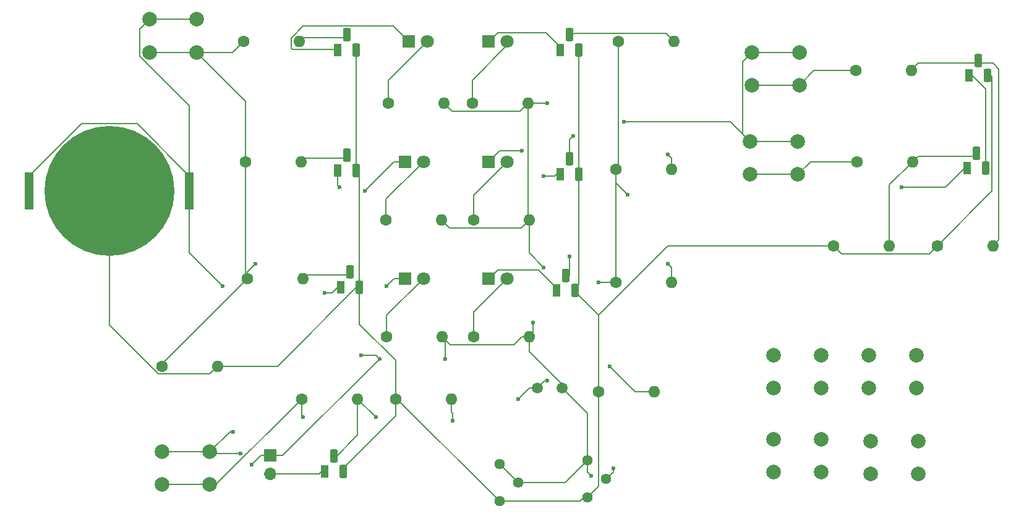
<source format=gbr>
%TF.GenerationSoftware,KiCad,Pcbnew,8.0.8*%
%TF.CreationDate,2025-07-02T05:08:29+01:00*%
%TF.ProjectId,Solder,536f6c64-6572-42e6-9b69-6361645f7063,rev?*%
%TF.SameCoordinates,Original*%
%TF.FileFunction,Copper,L1,Top*%
%TF.FilePolarity,Positive*%
%FSLAX46Y46*%
G04 Gerber Fmt 4.6, Leading zero omitted, Abs format (unit mm)*
G04 Created by KiCad (PCBNEW 8.0.8) date 2025-07-02 05:08:29*
%MOMM*%
%LPD*%
G01*
G04 APERTURE LIST*
G04 Aperture macros list*
%AMRoundRect*
0 Rectangle with rounded corners*
0 $1 Rounding radius*
0 $2 $3 $4 $5 $6 $7 $8 $9 X,Y pos of 4 corners*
0 Add a 4 corners polygon primitive as box body*
4,1,4,$2,$3,$4,$5,$6,$7,$8,$9,$2,$3,0*
0 Add four circle primitives for the rounded corners*
1,1,$1+$1,$2,$3*
1,1,$1+$1,$4,$5*
1,1,$1+$1,$6,$7*
1,1,$1+$1,$8,$9*
0 Add four rect primitives between the rounded corners*
20,1,$1+$1,$2,$3,$4,$5,0*
20,1,$1+$1,$4,$5,$6,$7,0*
20,1,$1+$1,$6,$7,$8,$9,0*
20,1,$1+$1,$8,$9,$2,$3,0*%
G04 Aperture macros list end*
%TA.AperFunction,SMDPad,CuDef*%
%ADD10R,1.270000X5.080000*%
%TD*%
%TA.AperFunction,SMDPad,CuDef*%
%ADD11C,17.800000*%
%TD*%
%TA.AperFunction,ComponentPad*%
%ADD12C,2.000000*%
%TD*%
%TA.AperFunction,ComponentPad*%
%ADD13C,1.440000*%
%TD*%
%TA.AperFunction,ComponentPad*%
%ADD14C,1.600000*%
%TD*%
%TA.AperFunction,ComponentPad*%
%ADD15O,1.600000X1.600000*%
%TD*%
%TA.AperFunction,ComponentPad*%
%ADD16C,1.500000*%
%TD*%
%TA.AperFunction,ComponentPad*%
%ADD17R,1.100000X1.800000*%
%TD*%
%TA.AperFunction,ComponentPad*%
%ADD18RoundRect,0.275000X-0.275000X-0.625000X0.275000X-0.625000X0.275000X0.625000X-0.275000X0.625000X0*%
%TD*%
%TA.AperFunction,ComponentPad*%
%ADD19R,1.700000X1.700000*%
%TD*%
%TA.AperFunction,ComponentPad*%
%ADD20O,1.700000X1.700000*%
%TD*%
%TA.AperFunction,ComponentPad*%
%ADD21R,1.800000X1.800000*%
%TD*%
%TA.AperFunction,ComponentPad*%
%ADD22C,1.800000*%
%TD*%
%TA.AperFunction,ViaPad*%
%ADD23C,0.600000*%
%TD*%
%TA.AperFunction,Conductor*%
%ADD24C,0.200000*%
%TD*%
G04 APERTURE END LIST*
D10*
%TO.P,BT1,1,+*%
%TO.N,+5V*%
X22515000Y-83000000D03*
X44485000Y-83000000D03*
D11*
%TO.P,BT1,2,-*%
%TO.N,GND*%
X33500000Y-83000000D03*
%TD*%
D12*
%TO.P,SW8,1,1*%
%TO.N,unconnected-(SW8-Pad1)*%
X137750000Y-117250000D03*
X144250000Y-117250000D03*
%TO.P,SW8,2,2*%
%TO.N,unconnected-(SW8-Pad2)*%
X137750000Y-121750000D03*
X144250000Y-121750000D03*
%TD*%
%TO.P,SW7,1,1*%
%TO.N,unconnected-(SW7-Pad1)*%
X124500000Y-117000000D03*
X131000000Y-117000000D03*
%TO.P,SW7,2,2*%
%TO.N,unconnected-(SW7-Pad2)*%
X124500000Y-121500000D03*
X131000000Y-121500000D03*
%TD*%
%TO.P,SW6,1,1*%
%TO.N,unconnected-(SW6-Pad1)*%
X137500000Y-105500000D03*
X144000000Y-105500000D03*
%TO.P,SW6,2,2*%
%TO.N,unconnected-(SW6-Pad2)*%
X137500000Y-110000000D03*
X144000000Y-110000000D03*
%TD*%
%TO.P,SW5,1,1*%
%TO.N,unconnected-(SW5-Pad1)*%
X124500000Y-105500000D03*
X131000000Y-105500000D03*
%TO.P,SW5,2,2*%
%TO.N,unconnected-(SW5-Pad2)*%
X124500000Y-110000000D03*
X131000000Y-110000000D03*
%TD*%
%TO.P,SW4,1,1*%
%TO.N,+5V*%
X121250000Y-76250000D03*
X127750000Y-76250000D03*
%TO.P,SW4,2,2*%
%TO.N,Net-(R35-Pad1)*%
X121250000Y-80750000D03*
X127750000Y-80750000D03*
%TD*%
%TO.P,SW3,1,1*%
%TO.N,+5V*%
X121500000Y-64000000D03*
X128000000Y-64000000D03*
%TO.P,SW3,2,2*%
%TO.N,Net-(R34-Pad1)*%
X121500000Y-68500000D03*
X128000000Y-68500000D03*
%TD*%
%TO.P,SW2,1,1*%
%TO.N,+5V*%
X40750000Y-118750000D03*
X47250000Y-118750000D03*
%TO.P,SW2,2,2*%
%TO.N,Net-(R31-Pad1)*%
X40750000Y-123250000D03*
X47250000Y-123250000D03*
%TD*%
%TO.P,SW1,1,1*%
%TO.N,+5V*%
X39000000Y-59500000D03*
X45500000Y-59500000D03*
%TO.P,SW1,2,2*%
%TO.N,Net-(Q17-C)*%
X39000000Y-64000000D03*
X45500000Y-64000000D03*
%TD*%
D13*
%TO.P,RV2,1,1*%
%TO.N,GND*%
X99000000Y-125000000D03*
%TO.P,RV2,2,2*%
%TO.N,+5V*%
X101540000Y-122460000D03*
%TO.P,RV2,3,3*%
X99000000Y-119920000D03*
%TD*%
%TO.P,RV1,1,1*%
%TO.N,GND*%
X86960000Y-125540000D03*
%TO.P,RV1,2,2*%
%TO.N,+5V*%
X89500000Y-123000000D03*
%TO.P,RV1,3,3*%
X86960000Y-120460000D03*
%TD*%
D14*
%TO.P,R37,1*%
%TO.N,GND*%
X146880000Y-90500000D03*
D15*
%TO.P,R37,2*%
%TO.N,Net-(Q16-B)*%
X154500000Y-90500000D03*
%TD*%
D14*
%TO.P,R36,1*%
%TO.N,GND*%
X132690000Y-90500000D03*
D15*
%TO.P,R36,2*%
%TO.N,Net-(Q17-B)*%
X140310000Y-90500000D03*
%TD*%
D14*
%TO.P,R35,1*%
%TO.N,Net-(R35-Pad1)*%
X135880000Y-79000000D03*
D15*
%TO.P,R35,2*%
%TO.N,Net-(Q17-B)*%
X143500000Y-79000000D03*
%TD*%
D14*
%TO.P,R34,1*%
%TO.N,Net-(R34-Pad1)*%
X135690000Y-66500000D03*
D15*
%TO.P,R34,2*%
%TO.N,Net-(Q16-B)*%
X143310000Y-66500000D03*
%TD*%
D14*
%TO.P,R33,1*%
%TO.N,GND*%
X100500000Y-110500000D03*
D15*
%TO.P,R33,2*%
%TO.N,Net-(R31-Pad1)*%
X108120000Y-110500000D03*
%TD*%
D14*
%TO.P,R32,1*%
%TO.N,GND*%
X72690000Y-111500000D03*
D15*
%TO.P,R32,2*%
%TO.N,Net-(Q15-B)*%
X80310000Y-111500000D03*
%TD*%
D14*
%TO.P,R31,1*%
%TO.N,Net-(R31-Pad1)*%
X59880000Y-111500000D03*
D15*
%TO.P,R31,2*%
%TO.N,Net-(Q15-B)*%
X67500000Y-111500000D03*
%TD*%
D14*
%TO.P,R30,1*%
%TO.N,Net-(D12-A)*%
X83380000Y-103000000D03*
D15*
%TO.P,R30,2*%
%TO.N,+5V*%
X91000000Y-103000000D03*
%TD*%
D14*
%TO.P,R29,1*%
%TO.N,Net-(D11-A)*%
X71500000Y-103000000D03*
D15*
%TO.P,R29,2*%
%TO.N,+5V*%
X79120000Y-103000000D03*
%TD*%
D14*
%TO.P,R28,1*%
%TO.N,Net-(D10-A)*%
X83380000Y-87000000D03*
D15*
%TO.P,R28,2*%
%TO.N,+5V*%
X91000000Y-87000000D03*
%TD*%
D14*
%TO.P,R27,1*%
%TO.N,Net-(D9-A)*%
X71380000Y-87000000D03*
D15*
%TO.P,R27,2*%
%TO.N,+5V*%
X79000000Y-87000000D03*
%TD*%
D14*
%TO.P,R26,1*%
%TO.N,Net-(D8-A)*%
X83190000Y-71000000D03*
D15*
%TO.P,R26,2*%
%TO.N,+5V*%
X90810000Y-71000000D03*
%TD*%
D14*
%TO.P,R25,1*%
%TO.N,Net-(D7-A)*%
X71690000Y-71000000D03*
D15*
%TO.P,R25,2*%
%TO.N,+5V*%
X79310000Y-71000000D03*
%TD*%
D14*
%TO.P,R24,1*%
%TO.N,Net-(Q17-C)*%
X40690000Y-107000000D03*
D15*
%TO.P,R24,2*%
%TO.N,GND*%
X48310000Y-107000000D03*
%TD*%
D14*
%TO.P,R23,1*%
%TO.N,Net-(Q17-C)*%
X102880000Y-95500000D03*
D15*
%TO.P,R23,2*%
%TO.N,Net-(Q14-B)*%
X110500000Y-95500000D03*
%TD*%
D14*
%TO.P,R22,1*%
%TO.N,Net-(Q17-C)*%
X52380000Y-95000000D03*
D15*
%TO.P,R22,2*%
%TO.N,Net-(Q13-B)*%
X60000000Y-95000000D03*
%TD*%
D14*
%TO.P,R21,1*%
%TO.N,Net-(Q17-C)*%
X102880000Y-80000000D03*
D15*
%TO.P,R21,2*%
%TO.N,Net-(Q12-B)*%
X110500000Y-80000000D03*
%TD*%
D14*
%TO.P,R20,1*%
%TO.N,Net-(Q17-C)*%
X52190000Y-79000000D03*
D15*
%TO.P,R20,2*%
%TO.N,Net-(Q11-B)*%
X59810000Y-79000000D03*
%TD*%
D14*
%TO.P,R19,1*%
%TO.N,Net-(Q17-C)*%
X103190000Y-62500000D03*
D15*
%TO.P,R19,2*%
%TO.N,Net-(Q10-B)*%
X110810000Y-62500000D03*
%TD*%
D14*
%TO.P,R18,1*%
%TO.N,Net-(Q17-C)*%
X51880000Y-62500000D03*
D15*
%TO.P,R18,2*%
%TO.N,Net-(Q9-B)*%
X59500000Y-62500000D03*
%TD*%
D16*
%TO.P,R7,1*%
%TO.N,Net-(R31-Pad1)*%
X92100000Y-110000000D03*
%TO.P,R7,2*%
%TO.N,+5V*%
X95500000Y-110000000D03*
%TD*%
D17*
%TO.P,Q17,1,C*%
%TO.N,Net-(Q17-C)*%
X150960000Y-79900000D03*
D18*
%TO.P,Q17,2,B*%
%TO.N,Net-(Q17-B)*%
X152230000Y-77830000D03*
%TO.P,Q17,3,E*%
%TO.N,Net-(Q16-C)*%
X153500000Y-79900000D03*
%TD*%
D17*
%TO.P,Q16,1,C*%
%TO.N,Net-(Q16-C)*%
X151230000Y-67170000D03*
D18*
%TO.P,Q16,2,B*%
%TO.N,Net-(Q16-B)*%
X152500000Y-65100000D03*
%TO.P,Q16,3,E*%
%TO.N,GND*%
X153770000Y-67170000D03*
%TD*%
D17*
%TO.P,Q15,1,C*%
%TO.N,Net-(M1--)*%
X62960000Y-121400000D03*
D18*
%TO.P,Q15,2,B*%
%TO.N,Net-(Q15-B)*%
X64230000Y-119330000D03*
%TO.P,Q15,3,E*%
%TO.N,GND*%
X65500000Y-121400000D03*
%TD*%
D17*
%TO.P,Q14,1,C*%
%TO.N,Net-(D12-K)*%
X94730000Y-96670000D03*
D18*
%TO.P,Q14,2,B*%
%TO.N,Net-(Q14-B)*%
X96000000Y-94600000D03*
%TO.P,Q14,3,E*%
%TO.N,GND*%
X97270000Y-96670000D03*
%TD*%
D17*
%TO.P,Q13,1,C*%
%TO.N,Net-(D11-K)*%
X65230000Y-96170000D03*
D18*
%TO.P,Q13,2,B*%
%TO.N,Net-(Q13-B)*%
X66500000Y-94100000D03*
%TO.P,Q13,3,E*%
%TO.N,GND*%
X67770000Y-96170000D03*
%TD*%
D17*
%TO.P,Q12,1,C*%
%TO.N,Net-(D10-K)*%
X95230000Y-80670000D03*
D18*
%TO.P,Q12,2,B*%
%TO.N,Net-(Q12-B)*%
X96500000Y-78600000D03*
%TO.P,Q12,3,E*%
%TO.N,GND*%
X97770000Y-80670000D03*
%TD*%
D17*
%TO.P,Q11,1,C*%
%TO.N,Net-(D9-K)*%
X64730000Y-80170000D03*
D18*
%TO.P,Q11,2,B*%
%TO.N,Net-(Q11-B)*%
X66000000Y-78100000D03*
%TO.P,Q11,3,E*%
%TO.N,GND*%
X67270000Y-80170000D03*
%TD*%
D17*
%TO.P,Q10,1,C*%
%TO.N,Net-(D8-K)*%
X95230000Y-63670000D03*
D18*
%TO.P,Q10,2,B*%
%TO.N,Net-(Q10-B)*%
X96500000Y-61600000D03*
%TO.P,Q10,3,E*%
%TO.N,GND*%
X97770000Y-63670000D03*
%TD*%
D17*
%TO.P,Q9,1,C*%
%TO.N,Net-(D7-K)*%
X64730000Y-63670000D03*
D18*
%TO.P,Q9,2,B*%
%TO.N,Net-(Q9-B)*%
X66000000Y-61600000D03*
%TO.P,Q9,3,E*%
%TO.N,GND*%
X67270000Y-63670000D03*
%TD*%
D19*
%TO.P,M1,1,+*%
%TO.N,+5V*%
X55500000Y-119225000D03*
D20*
%TO.P,M1,2,-*%
%TO.N,Net-(M1--)*%
X55500000Y-121765000D03*
%TD*%
D21*
%TO.P,D12,1,K*%
%TO.N,Net-(D12-K)*%
X85460000Y-95000000D03*
D22*
%TO.P,D12,2,A*%
%TO.N,Net-(D12-A)*%
X88000000Y-95000000D03*
%TD*%
D21*
%TO.P,D11,1,K*%
%TO.N,Net-(D11-K)*%
X73960000Y-95000000D03*
D22*
%TO.P,D11,2,A*%
%TO.N,Net-(D11-A)*%
X76500000Y-95000000D03*
%TD*%
D21*
%TO.P,D10,1,K*%
%TO.N,Net-(D10-K)*%
X85460000Y-79000000D03*
D22*
%TO.P,D10,2,A*%
%TO.N,Net-(D10-A)*%
X88000000Y-79000000D03*
%TD*%
D21*
%TO.P,D9,1,K*%
%TO.N,Net-(D9-K)*%
X73960000Y-79000000D03*
D22*
%TO.P,D9,2,A*%
%TO.N,Net-(D9-A)*%
X76500000Y-79000000D03*
%TD*%
D21*
%TO.P,D8,1,K*%
%TO.N,Net-(D8-K)*%
X85460000Y-62500000D03*
D22*
%TO.P,D8,2,A*%
%TO.N,Net-(D8-A)*%
X88000000Y-62500000D03*
%TD*%
D21*
%TO.P,D7,1,K*%
%TO.N,Net-(D7-K)*%
X74500000Y-62500000D03*
D22*
%TO.P,D7,2,A*%
%TO.N,Net-(D7-A)*%
X77040000Y-62500000D03*
%TD*%
D23*
%TO.N,Net-(Q12-B)*%
X110000000Y-78000000D03*
X97000000Y-75500000D03*
%TO.N,Net-(D10-K)*%
X93000000Y-81000000D03*
X90000000Y-77500000D03*
%TO.N,Net-(D9-K)*%
X65000000Y-82500000D03*
X68500000Y-83000000D03*
%TO.N,+5V*%
X50500000Y-116000000D03*
X68000000Y-105500000D03*
X49000000Y-96000000D03*
%TO.N,Net-(D11-K)*%
X71500000Y-96000000D03*
X63000000Y-97000000D03*
%TO.N,+5V*%
X91500000Y-101000000D03*
X93000000Y-93500000D03*
X93500000Y-71000000D03*
X104000000Y-73500000D03*
%TO.N,Net-(Q17-C)*%
X142000000Y-82500000D03*
X104500000Y-83500000D03*
%TO.N,Net-(R31-Pad1)*%
X93500000Y-109000000D03*
X102000000Y-107000000D03*
%TO.N,Net-(Q17-C)*%
X100500000Y-95500000D03*
X53500000Y-93000000D03*
%TO.N,Net-(Q14-B)*%
X110000000Y-93000000D03*
X96500000Y-92000000D03*
%TO.N,+5V*%
X102500000Y-121000000D03*
X99500000Y-122000000D03*
%TO.N,Net-(R31-Pad1)*%
X89500000Y-111500000D03*
X60000000Y-114000000D03*
%TO.N,+5V*%
X70500000Y-106000000D03*
X79500000Y-106000000D03*
%TO.N,Net-(Q15-B)*%
X80500000Y-114500000D03*
X70000000Y-114000000D03*
%TO.N,+5V*%
X53000000Y-120500000D03*
X51500000Y-119000000D03*
%TD*%
D24*
%TO.N,GND*%
X145780000Y-91600000D02*
X133790000Y-91600000D01*
X133790000Y-91600000D02*
X132690000Y-90500000D01*
X146880000Y-90500000D02*
X145780000Y-91600000D01*
%TO.N,Net-(Q10-B)*%
X97100000Y-61400000D02*
X109710000Y-61400000D01*
X96500000Y-62000000D02*
X97100000Y-61400000D01*
X109710000Y-61400000D02*
X110810000Y-62500000D01*
%TO.N,Net-(D8-A)*%
X83190000Y-67810000D02*
X83190000Y-71000000D01*
X88000000Y-63000000D02*
X83190000Y-67810000D01*
X88000000Y-62500000D02*
X88000000Y-63000000D01*
%TO.N,Net-(D8-K)*%
X93260000Y-61300000D02*
X95230000Y-63270000D01*
X86660000Y-61300000D02*
X93260000Y-61300000D01*
X85460000Y-62500000D02*
X86660000Y-61300000D01*
%TO.N,Net-(D7-K)*%
X58600000Y-63600000D02*
X64400000Y-63600000D01*
X64400000Y-63600000D02*
X64730000Y-63270000D01*
X58400000Y-62044365D02*
X58400000Y-63400000D01*
X58400000Y-63400000D02*
X58600000Y-63600000D01*
X72400000Y-60400000D02*
X60044365Y-60400000D01*
X74500000Y-62500000D02*
X72400000Y-60400000D01*
X60044365Y-60400000D02*
X58400000Y-62044365D01*
%TO.N,Net-(D7-A)*%
X71690000Y-67850000D02*
X77040000Y-62500000D01*
X71690000Y-71000000D02*
X71690000Y-67850000D01*
%TO.N,+5V*%
X80410000Y-72100000D02*
X79310000Y-71000000D01*
X89710000Y-72100000D02*
X80410000Y-72100000D01*
X90810000Y-71000000D02*
X89710000Y-72100000D01*
%TO.N,Net-(Q12-B)*%
X110500000Y-78500000D02*
X110500000Y-80000000D01*
X110000000Y-78000000D02*
X110500000Y-78500000D01*
X96500000Y-76000000D02*
X97000000Y-75500000D01*
X96500000Y-79000000D02*
X96500000Y-76000000D01*
%TO.N,Net-(D10-K)*%
X94500000Y-81000000D02*
X95230000Y-80270000D01*
X93000000Y-81000000D02*
X94500000Y-81000000D01*
X86960000Y-77500000D02*
X90000000Y-77500000D01*
X85460000Y-79000000D02*
X86960000Y-77500000D01*
%TO.N,Net-(Q11-B)*%
X60310000Y-78500000D02*
X66000000Y-78500000D01*
X59810000Y-79000000D02*
X60310000Y-78500000D01*
%TO.N,Net-(D9-K)*%
X64730000Y-82230000D02*
X64730000Y-79770000D01*
X65000000Y-82500000D02*
X64730000Y-82230000D01*
X72500000Y-79000000D02*
X68500000Y-83000000D01*
X73960000Y-79000000D02*
X72500000Y-79000000D01*
%TO.N,Net-(D9-A)*%
X71380000Y-84120000D02*
X76500000Y-79000000D01*
X71380000Y-87000000D02*
X71380000Y-84120000D01*
%TO.N,Net-(D10-A)*%
X83380000Y-83620000D02*
X88000000Y-79000000D01*
X83380000Y-87000000D02*
X83380000Y-83620000D01*
%TO.N,+5V*%
X89900000Y-88100000D02*
X91000000Y-87000000D01*
X79000000Y-87000000D02*
X80100000Y-88100000D01*
X80100000Y-88100000D02*
X89900000Y-88100000D01*
X50500000Y-116000000D02*
X50000000Y-116000000D01*
X50000000Y-116000000D02*
X47250000Y-118750000D01*
X70000000Y-105500000D02*
X70500000Y-106000000D01*
X68000000Y-105500000D02*
X70000000Y-105500000D01*
X44485000Y-91485000D02*
X49000000Y-96000000D01*
X44485000Y-83000000D02*
X44485000Y-91485000D01*
%TO.N,Net-(D11-K)*%
X72500000Y-95000000D02*
X73960000Y-95000000D01*
X71500000Y-96000000D02*
X72500000Y-95000000D01*
X64000000Y-97000000D02*
X63000000Y-97000000D01*
X65230000Y-95770000D02*
X64000000Y-97000000D01*
%TO.N,+5V*%
X91500000Y-102500000D02*
X91000000Y-103000000D01*
X91500000Y-101000000D02*
X91500000Y-102500000D01*
X91000000Y-91500000D02*
X93000000Y-93500000D01*
X91000000Y-87000000D02*
X91000000Y-91500000D01*
X90810000Y-86810000D02*
X91000000Y-87000000D01*
X90810000Y-71000000D02*
X90810000Y-86810000D01*
X93500000Y-71000000D02*
X90810000Y-71000000D01*
X118500000Y-73500000D02*
X104000000Y-73500000D01*
X121250000Y-76250000D02*
X118500000Y-73500000D01*
%TO.N,Net-(R35-Pad1)*%
X127750000Y-80750000D02*
X121250000Y-80750000D01*
X129500000Y-79000000D02*
X135880000Y-79000000D01*
X127750000Y-80750000D02*
X129500000Y-79000000D01*
%TO.N,+5V*%
X127750000Y-76250000D02*
X121250000Y-76250000D01*
X121500000Y-64000000D02*
X128000000Y-64000000D01*
X120200000Y-65300000D02*
X121500000Y-64000000D01*
X120200000Y-75200000D02*
X120200000Y-65300000D01*
X121250000Y-76250000D02*
X120200000Y-75200000D01*
%TO.N,Net-(R34-Pad1)*%
X128000000Y-68500000D02*
X121500000Y-68500000D01*
X130000000Y-66500000D02*
X128000000Y-68500000D01*
X135690000Y-66500000D02*
X130000000Y-66500000D01*
%TO.N,Net-(Q16-B)*%
X144310000Y-65500000D02*
X152500000Y-65500000D01*
X143310000Y-66500000D02*
X144310000Y-65500000D01*
X155299999Y-66299999D02*
X154500000Y-65500000D01*
X154500000Y-65500000D02*
X152500000Y-65500000D01*
X155299999Y-89700001D02*
X155299999Y-66299999D01*
X154500000Y-90500000D02*
X155299999Y-89700001D01*
%TO.N,GND*%
X154350000Y-83030000D02*
X146880000Y-90500000D01*
X154350000Y-67350000D02*
X154350000Y-83030000D01*
X153770000Y-66770000D02*
X154350000Y-67350000D01*
%TO.N,Net-(Q16-C)*%
X153500000Y-69040000D02*
X151230000Y-66770000D01*
X153500000Y-79500000D02*
X153500000Y-69040000D01*
%TO.N,Net-(Q17-C)*%
X102880000Y-81880000D02*
X102880000Y-80000000D01*
X104500000Y-83500000D02*
X102880000Y-81880000D01*
X147960000Y-82500000D02*
X142000000Y-82500000D01*
X150960000Y-79500000D02*
X147960000Y-82500000D01*
%TO.N,Net-(Q17-B)*%
X144270000Y-78230000D02*
X152230000Y-78230000D01*
X143500000Y-79000000D02*
X144270000Y-78230000D01*
X140310000Y-82190000D02*
X143500000Y-79000000D01*
X140310000Y-90500000D02*
X140310000Y-82190000D01*
%TO.N,GND*%
X110000000Y-90500000D02*
X100500000Y-100000000D01*
X132690000Y-90500000D02*
X110000000Y-90500000D01*
%TO.N,Net-(R31-Pad1)*%
X93100000Y-109000000D02*
X92100000Y-110000000D01*
X93500000Y-109000000D02*
X93100000Y-109000000D01*
X105500000Y-110500000D02*
X102000000Y-107000000D01*
X108120000Y-110500000D02*
X105500000Y-110500000D01*
%TO.N,+5V*%
X22515000Y-80974235D02*
X22515000Y-83000000D01*
X29689235Y-73800000D02*
X22515000Y-80974235D01*
X37310765Y-73800000D02*
X29689235Y-73800000D01*
X44485000Y-83000000D02*
X44485000Y-80974235D01*
X44485000Y-80974235D02*
X37310765Y-73800000D01*
X39000000Y-59500000D02*
X45500000Y-59500000D01*
X37700000Y-60800000D02*
X39000000Y-59500000D01*
X37700000Y-64538478D02*
X37700000Y-60800000D01*
X44485000Y-71323478D02*
X37700000Y-64538478D01*
X44485000Y-83000000D02*
X44485000Y-71323478D01*
%TO.N,Net-(Q17-C)*%
X52380000Y-94120000D02*
X52380000Y-95000000D01*
X53500000Y-93000000D02*
X52380000Y-94120000D01*
X102880000Y-95500000D02*
X100500000Y-95500000D01*
%TO.N,Net-(Q14-B)*%
X110000000Y-93000000D02*
X110500000Y-93500000D01*
X110500000Y-93500000D02*
X110500000Y-95500000D01*
X96500000Y-94500000D02*
X96500000Y-92000000D01*
X96000000Y-95000000D02*
X96500000Y-94500000D01*
%TO.N,Net-(D12-K)*%
X86660000Y-93800000D02*
X92260000Y-93800000D01*
X92260000Y-93800000D02*
X94730000Y-96270000D01*
X85460000Y-95000000D02*
X86660000Y-93800000D01*
%TO.N,Net-(D12-A)*%
X83380000Y-99620000D02*
X88000000Y-95000000D01*
X83380000Y-103000000D02*
X83380000Y-99620000D01*
%TO.N,+5V*%
X80220000Y-104100000D02*
X79120000Y-103000000D01*
X88900000Y-104100000D02*
X80220000Y-104100000D01*
X90000000Y-103000000D02*
X88900000Y-104100000D01*
X91000000Y-103000000D02*
X90000000Y-103000000D01*
X95500000Y-109500000D02*
X91000000Y-105000000D01*
X91000000Y-105000000D02*
X91000000Y-103000000D01*
X95500000Y-110000000D02*
X95500000Y-109500000D01*
X99000000Y-119920000D02*
X99000000Y-113500000D01*
X99000000Y-113500000D02*
X95500000Y-110000000D01*
X102500000Y-121000000D02*
X102500000Y-121500000D01*
X102500000Y-121500000D02*
X101540000Y-122460000D01*
X99000000Y-121500000D02*
X99500000Y-122000000D01*
X99000000Y-119920000D02*
X99000000Y-121500000D01*
X95920000Y-123000000D02*
X99000000Y-119920000D01*
X89500000Y-123000000D02*
X95920000Y-123000000D01*
X86960000Y-120460000D02*
X89500000Y-123000000D01*
%TO.N,Net-(R31-Pad1)*%
X91000000Y-110000000D02*
X92100000Y-110000000D01*
X89500000Y-111500000D02*
X91000000Y-110000000D01*
X59880000Y-113880000D02*
X60000000Y-114000000D01*
X59880000Y-111500000D02*
X59880000Y-113880000D01*
%TO.N,+5V*%
X79500000Y-103380000D02*
X79120000Y-103000000D01*
X79500000Y-106000000D02*
X79500000Y-103380000D01*
X57275000Y-119225000D02*
X70500000Y-106000000D01*
X55500000Y-119225000D02*
X57275000Y-119225000D01*
%TO.N,Net-(Q15-B)*%
X80310000Y-113310000D02*
X80310000Y-111500000D01*
X80500000Y-113500000D02*
X80310000Y-113310000D01*
X80500000Y-114500000D02*
X80500000Y-113500000D01*
X67500000Y-111500000D02*
X70000000Y-114000000D01*
X67500000Y-116460000D02*
X67500000Y-111500000D01*
X64230000Y-119730000D02*
X67500000Y-116460000D01*
%TO.N,Net-(M1--)*%
X55500000Y-121765000D02*
X62195000Y-121765000D01*
X62195000Y-121765000D02*
X62960000Y-121000000D01*
%TO.N,+5V*%
X54275000Y-119225000D02*
X55500000Y-119225000D01*
X53000000Y-120500000D02*
X54275000Y-119225000D01*
X48000000Y-119000000D02*
X51500000Y-119000000D01*
X47750000Y-118750000D02*
X48000000Y-119000000D01*
X47250000Y-118750000D02*
X47750000Y-118750000D01*
X40750000Y-118750000D02*
X47250000Y-118750000D01*
%TO.N,Net-(R31-Pad1)*%
X47250000Y-123250000D02*
X40750000Y-123250000D01*
X48130000Y-123250000D02*
X47250000Y-123250000D01*
X59880000Y-111500000D02*
X48130000Y-123250000D01*
%TO.N,Net-(D11-A)*%
X71500000Y-100000000D02*
X76500000Y-95000000D01*
X71500000Y-103000000D02*
X71500000Y-100000000D01*
%TO.N,GND*%
X67770000Y-101270000D02*
X67770000Y-95770000D01*
X72690000Y-106190000D02*
X67770000Y-101270000D01*
X72690000Y-111500000D02*
X72690000Y-106190000D01*
X72690000Y-113810000D02*
X65500000Y-121000000D01*
X72690000Y-111500000D02*
X72690000Y-113810000D01*
X72920000Y-111500000D02*
X72690000Y-111500000D01*
X86960000Y-125540000D02*
X72920000Y-111500000D01*
X98500000Y-125000000D02*
X97960000Y-125540000D01*
X99000000Y-125000000D02*
X98500000Y-125000000D01*
X97960000Y-125540000D02*
X86960000Y-125540000D01*
X100500000Y-123500000D02*
X99000000Y-125000000D01*
X100500000Y-110500000D02*
X100500000Y-123500000D01*
X100500000Y-100000000D02*
X100500000Y-110500000D01*
X97270000Y-96770000D02*
X100500000Y-100000000D01*
X97270000Y-96270000D02*
X97270000Y-96770000D01*
X97770000Y-95770000D02*
X97270000Y-96270000D01*
X97770000Y-80270000D02*
X97770000Y-95770000D01*
X97770000Y-63270000D02*
X97770000Y-80270000D01*
X67270000Y-79770000D02*
X67770000Y-80270000D01*
X67770000Y-80270000D02*
X67770000Y-95770000D01*
X67270000Y-63270000D02*
X67270000Y-79770000D01*
%TO.N,Net-(Q9-B)*%
X60000000Y-62000000D02*
X66000000Y-62000000D01*
X59500000Y-62500000D02*
X60000000Y-62000000D01*
%TO.N,Net-(Q13-B)*%
X60500000Y-94500000D02*
X66500000Y-94500000D01*
X60000000Y-95000000D02*
X60500000Y-94500000D01*
%TO.N,Net-(Q17-C)*%
X102880000Y-80000000D02*
X102880000Y-95500000D01*
X103190000Y-79690000D02*
X102880000Y-80000000D01*
X103190000Y-62500000D02*
X103190000Y-79690000D01*
%TO.N,GND*%
X56540000Y-107000000D02*
X67770000Y-95770000D01*
X48310000Y-107000000D02*
X56540000Y-107000000D01*
X33500000Y-101365635D02*
X33500000Y-83000000D01*
X47210000Y-108100000D02*
X40234365Y-108100000D01*
X48310000Y-107000000D02*
X47210000Y-108100000D01*
X40234365Y-108100000D02*
X33500000Y-101365635D01*
%TO.N,Net-(Q17-C)*%
X40690000Y-106690000D02*
X40690000Y-107000000D01*
X52380000Y-95000000D02*
X40690000Y-106690000D01*
X52190000Y-94810000D02*
X52380000Y-95000000D01*
X52190000Y-79000000D02*
X52190000Y-94810000D01*
X52190000Y-70690000D02*
X52190000Y-79000000D01*
X45500000Y-64000000D02*
X52190000Y-70690000D01*
X50380000Y-64000000D02*
X51880000Y-62500000D01*
X45500000Y-64000000D02*
X50380000Y-64000000D01*
X45500000Y-64000000D02*
X39000000Y-64000000D01*
%TD*%
M02*

</source>
